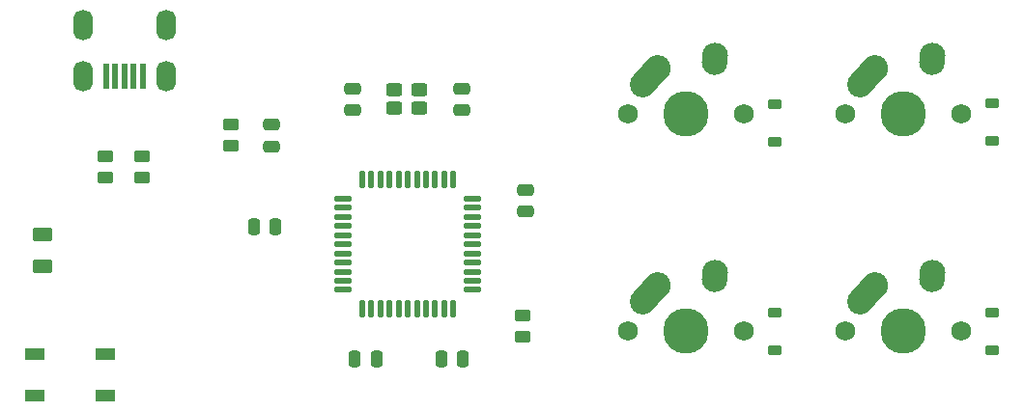
<source format=gbs>
%TF.GenerationSoftware,KiCad,Pcbnew,9.0.2*%
%TF.CreationDate,2025-06-13T00:24:49+05:30*%
%TF.ProjectId,KeebPcb,4b656562-5063-4622-9e6b-696361645f70,rev?*%
%TF.SameCoordinates,Original*%
%TF.FileFunction,Soldermask,Bot*%
%TF.FilePolarity,Negative*%
%FSLAX46Y46*%
G04 Gerber Fmt 4.6, Leading zero omitted, Abs format (unit mm)*
G04 Created by KiCad (PCBNEW 9.0.2) date 2025-06-13 00:24:49*
%MOMM*%
%LPD*%
G01*
G04 APERTURE LIST*
G04 Aperture macros list*
%AMRoundRect*
0 Rectangle with rounded corners*
0 $1 Rounding radius*
0 $2 $3 $4 $5 $6 $7 $8 $9 X,Y pos of 4 corners*
0 Add a 4 corners polygon primitive as box body*
4,1,4,$2,$3,$4,$5,$6,$7,$8,$9,$2,$3,0*
0 Add four circle primitives for the rounded corners*
1,1,$1+$1,$2,$3*
1,1,$1+$1,$4,$5*
1,1,$1+$1,$6,$7*
1,1,$1+$1,$8,$9*
0 Add four rect primitives between the rounded corners*
20,1,$1+$1,$2,$3,$4,$5,0*
20,1,$1+$1,$4,$5,$6,$7,0*
20,1,$1+$1,$6,$7,$8,$9,0*
20,1,$1+$1,$8,$9,$2,$3,0*%
%AMHorizOval*
0 Thick line with rounded ends*
0 $1 width*
0 $2 $3 position (X,Y) of the first rounded end (center of the circle)*
0 $4 $5 position (X,Y) of the second rounded end (center of the circle)*
0 Add line between two ends*
20,1,$1,$2,$3,$4,$5,0*
0 Add two circle primitives to create the rounded ends*
1,1,$1,$2,$3*
1,1,$1,$4,$5*%
G04 Aperture macros list end*
%ADD10C,1.750000*%
%ADD11C,3.987800*%
%ADD12HorizOval,2.250000X0.655001X0.730000X-0.655001X-0.730000X0*%
%ADD13C,2.250000*%
%ADD14HorizOval,2.250000X0.020000X0.290000X-0.020000X-0.290000X0*%
%ADD15RoundRect,0.250000X-0.450000X0.262500X-0.450000X-0.262500X0.450000X-0.262500X0.450000X0.262500X0*%
%ADD16RoundRect,0.225000X0.375000X-0.225000X0.375000X0.225000X-0.375000X0.225000X-0.375000X-0.225000X0*%
%ADD17RoundRect,0.250000X-0.625000X0.375000X-0.625000X-0.375000X0.625000X-0.375000X0.625000X0.375000X0*%
%ADD18RoundRect,0.250000X-0.475000X0.250000X-0.475000X-0.250000X0.475000X-0.250000X0.475000X0.250000X0*%
%ADD19R,1.800000X1.100000*%
%ADD20RoundRect,0.137500X-0.600000X-0.137500X0.600000X-0.137500X0.600000X0.137500X-0.600000X0.137500X0*%
%ADD21RoundRect,0.137500X-0.137500X-0.600000X0.137500X-0.600000X0.137500X0.600000X-0.137500X0.600000X0*%
%ADD22RoundRect,0.250000X0.475000X-0.250000X0.475000X0.250000X-0.475000X0.250000X-0.475000X-0.250000X0*%
%ADD23RoundRect,0.250000X0.250000X0.475000X-0.250000X0.475000X-0.250000X-0.475000X0.250000X-0.475000X0*%
%ADD24RoundRect,0.250000X0.450000X0.325000X-0.450000X0.325000X-0.450000X-0.325000X0.450000X-0.325000X0*%
%ADD25R,0.500000X2.250000*%
%ADD26O,1.700000X2.700000*%
%ADD27RoundRect,0.250000X-0.250000X-0.475000X0.250000X-0.475000X0.250000X0.475000X-0.250000X0.475000X0*%
G04 APERTURE END LIST*
D10*
%TO.C,MX1*%
X124293100Y-88925900D03*
D11*
X129373100Y-88925900D03*
D10*
X134453100Y-88925900D03*
D12*
X126218101Y-85655900D03*
D13*
X126873100Y-84925900D03*
D14*
X131893100Y-84135900D03*
D13*
X131913100Y-83845900D03*
%TD*%
D10*
%TO.C,MX3*%
X124293100Y-107974700D03*
D11*
X129373100Y-107974700D03*
D10*
X134453100Y-107974700D03*
D12*
X126218101Y-104704700D03*
D13*
X126873100Y-103974700D03*
D14*
X131893100Y-103184700D03*
D13*
X131913100Y-102894700D03*
%TD*%
D10*
%TO.C,MX2*%
X143341900Y-88925900D03*
D11*
X148421900Y-88925900D03*
D10*
X153501900Y-88925900D03*
D12*
X145266901Y-85655900D03*
D13*
X145921900Y-84925900D03*
D14*
X150941900Y-84135900D03*
D13*
X150961900Y-83845900D03*
%TD*%
D10*
%TO.C,MX4*%
X143341900Y-107974700D03*
D11*
X148421900Y-107974700D03*
D10*
X153501900Y-107974700D03*
D12*
X145266901Y-104704700D03*
D13*
X145921900Y-103974700D03*
D14*
X150941900Y-103184700D03*
D13*
X150961900Y-102894700D03*
%TD*%
D15*
%TO.C,R3*%
X78518000Y-92656800D03*
X78518000Y-94481800D03*
%TD*%
D16*
%TO.C,D2*%
X156240000Y-91275500D03*
X156240000Y-87975500D03*
%TD*%
D15*
%TO.C,R2*%
X81735700Y-92656800D03*
X81735700Y-94481800D03*
%TD*%
%TO.C,R1*%
X115071100Y-106625600D03*
X115071100Y-108450600D03*
%TD*%
D17*
%TO.C,F1*%
X73005000Y-99500000D03*
X73005000Y-102300000D03*
%TD*%
D18*
%TO.C,C6*%
X109689500Y-86708100D03*
X109689500Y-88608100D03*
%TD*%
D19*
%TO.C,SW1*%
X72286100Y-113674400D03*
X78486100Y-109974400D03*
X72286100Y-109974400D03*
X78486100Y-113674400D03*
%TD*%
D16*
%TO.C,D4*%
X156240000Y-109655800D03*
X156240000Y-106355800D03*
%TD*%
D20*
%TO.C,U1*%
X99325200Y-104369700D03*
X99325200Y-103569700D03*
X99325200Y-102769700D03*
X99325200Y-101969700D03*
X99325200Y-101169700D03*
X99325200Y-100369700D03*
X99325200Y-99569700D03*
X99325200Y-98769700D03*
X99325200Y-97969700D03*
X99325200Y-97169700D03*
X99325200Y-96369700D03*
D21*
X100987700Y-94707200D03*
X101787700Y-94707200D03*
X102587700Y-94707200D03*
X103387700Y-94707200D03*
X104187700Y-94707200D03*
X104987700Y-94707200D03*
X105787700Y-94707200D03*
X106587700Y-94707200D03*
X107387700Y-94707200D03*
X108187700Y-94707200D03*
X108987700Y-94707200D03*
D20*
X110650200Y-96369700D03*
X110650200Y-97169700D03*
X110650200Y-97969700D03*
X110650200Y-98769700D03*
X110650200Y-99569700D03*
X110650200Y-100369700D03*
X110650200Y-101169700D03*
X110650200Y-101969700D03*
X110650200Y-102769700D03*
X110650200Y-103569700D03*
X110650200Y-104369700D03*
D21*
X108987700Y-106032200D03*
X108187700Y-106032200D03*
X107387700Y-106032200D03*
X106587700Y-106032200D03*
X105787700Y-106032200D03*
X104987700Y-106032200D03*
X104187700Y-106032200D03*
X103387700Y-106032200D03*
X102587700Y-106032200D03*
X101787700Y-106032200D03*
X100987700Y-106032200D03*
%TD*%
D15*
%TO.C,R4*%
X89465800Y-89877900D03*
X89465800Y-91702900D03*
%TD*%
D22*
%TO.C,C3*%
X115274700Y-97509700D03*
X115274700Y-95609700D03*
%TD*%
%TO.C,C7*%
X100165100Y-88608100D03*
X100165100Y-86708100D03*
%TD*%
D16*
%TO.C,D3*%
X137191200Y-109655800D03*
X137191200Y-106355800D03*
%TD*%
D23*
%TO.C,C1*%
X93406000Y-98806000D03*
X91506000Y-98806000D03*
%TD*%
D16*
%TO.C,D1*%
X137191200Y-91338100D03*
X137191200Y-88038100D03*
%TD*%
D22*
%TO.C,C2*%
X93021800Y-91782900D03*
X93021800Y-89882900D03*
%TD*%
D24*
%TO.C,Y1*%
X105960700Y-88403700D03*
X103760700Y-88403700D03*
X103760700Y-86803700D03*
X105960700Y-86803700D03*
%TD*%
D25*
%TO.C,USB1*%
X81748300Y-85632300D03*
X80948300Y-85632300D03*
X80148300Y-85632300D03*
X79348300Y-85632300D03*
X78548300Y-85632300D03*
D26*
X83798300Y-81132300D03*
X76498300Y-81132300D03*
X83798300Y-85632300D03*
X76498300Y-85632300D03*
%TD*%
D27*
%TO.C,C5*%
X100354700Y-110402700D03*
X102254700Y-110402700D03*
%TD*%
D23*
%TO.C,C4*%
X109808700Y-110402700D03*
X107908700Y-110402700D03*
%TD*%
M02*

</source>
